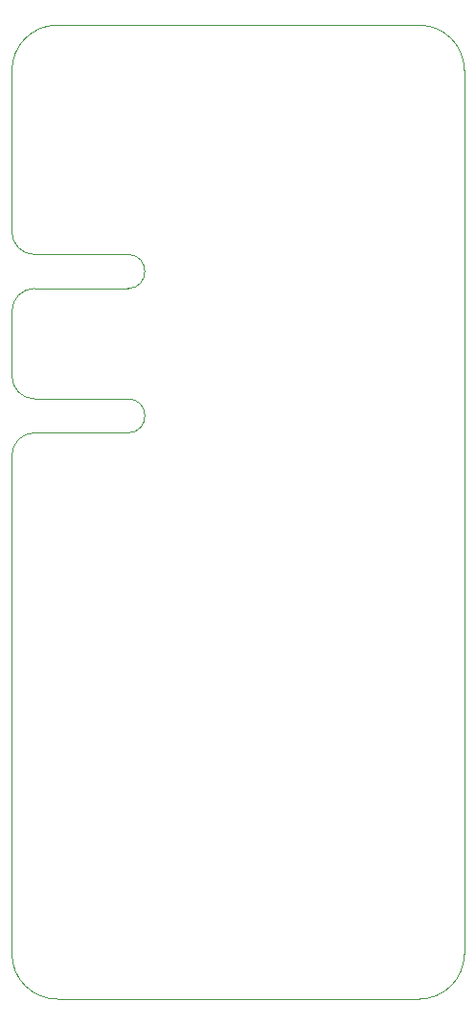
<source format=gbr>
%TF.GenerationSoftware,KiCad,Pcbnew,7.0.6*%
%TF.CreationDate,2023-11-18T03:16:50+01:00*%
%TF.ProjectId,LoRa_Sensor,4c6f5261-5f53-4656-9e73-6f722e6b6963,rev?*%
%TF.SameCoordinates,Original*%
%TF.FileFunction,Profile,NP*%
%FSLAX46Y46*%
G04 Gerber Fmt 4.6, Leading zero omitted, Abs format (unit mm)*
G04 Created by KiCad (PCBNEW 7.0.6) date 2023-11-18 03:16:50*
%MOMM*%
%LPD*%
G01*
G04 APERTURE LIST*
%TA.AperFunction,Profile*%
%ADD10C,0.100000*%
%TD*%
G04 APERTURE END LIST*
D10*
X92000000Y-78000000D02*
G75*
G03*
X90000000Y-80000000I0J-2000000D01*
G01*
X90000000Y-73000000D02*
G75*
G03*
X92000000Y-75000000I2000000J0D01*
G01*
X100250000Y-65250000D02*
G75*
G03*
X100250000Y-62250000I0J1500000D01*
G01*
X94000000Y-42000000D02*
G75*
G03*
X90000000Y-46000000I0J-4000000D01*
G01*
X90000000Y-60250000D02*
G75*
G03*
X92000000Y-62250000I2000000J0D01*
G01*
X90000000Y-60250000D02*
X90000000Y-46000000D01*
X90000000Y-67250000D02*
X90000000Y-73000000D01*
X130000000Y-46000000D02*
X130000000Y-124000000D01*
X90000000Y-124000000D02*
G75*
G03*
X94000000Y-128000000I4000000J0D01*
G01*
X92000000Y-65250000D02*
X100250000Y-65250000D01*
X94000000Y-42000000D02*
X126000000Y-42000000D01*
X126000000Y-128000000D02*
G75*
G03*
X130000000Y-124000000I0J4000000D01*
G01*
X126000000Y-128000000D02*
X94000000Y-128000000D01*
X100250000Y-62250000D02*
X92000000Y-62250000D01*
X100250000Y-78000000D02*
G75*
G03*
X100250000Y-75000000I0J1500000D01*
G01*
X90000000Y-124000000D02*
X90000000Y-80000000D01*
X100250000Y-78000000D02*
X92000000Y-78000000D01*
X92000000Y-75000000D02*
X100250000Y-75000000D01*
X92000000Y-65250000D02*
G75*
G03*
X90000000Y-67250000I0J-2000000D01*
G01*
X130000000Y-46000000D02*
G75*
G03*
X126000000Y-42000000I-4000000J0D01*
G01*
M02*

</source>
